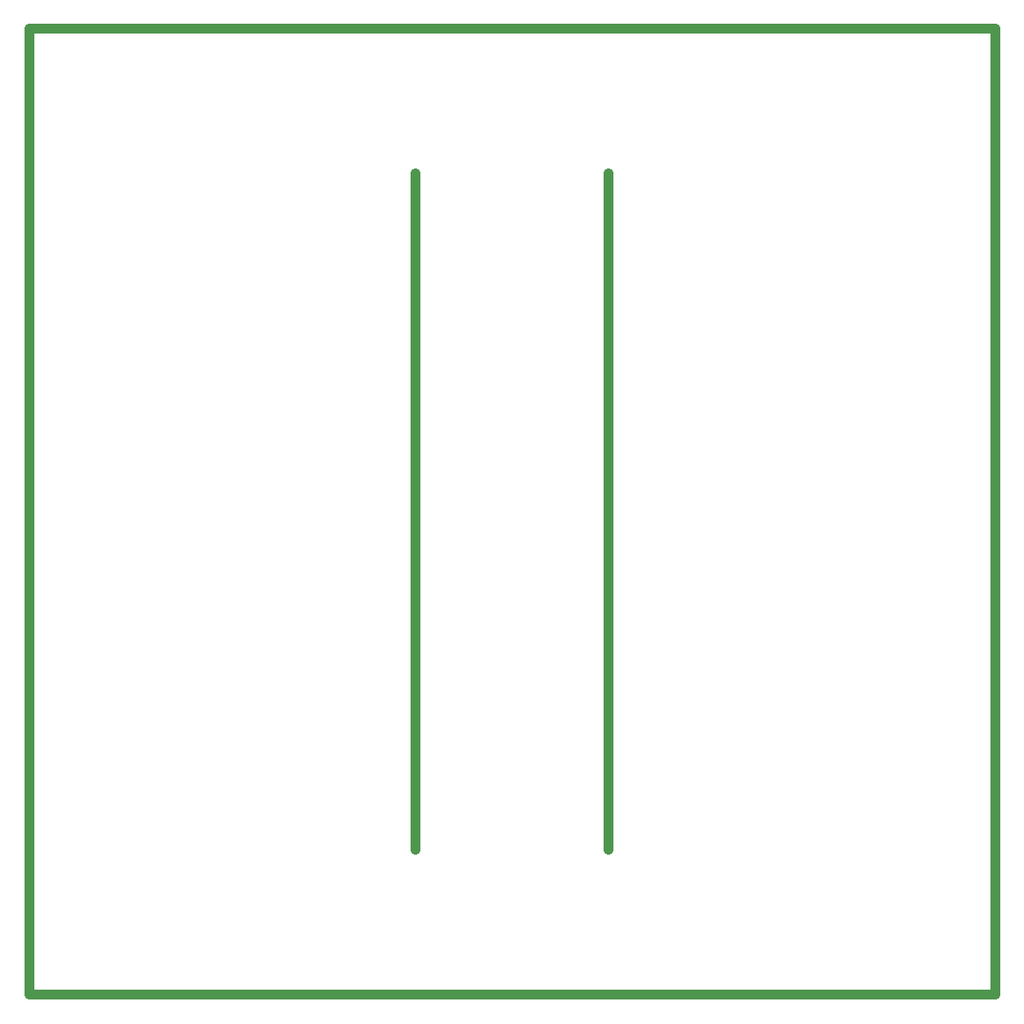
<source format=gbr>
%TF.GenerationSoftware,KiCad,Pcbnew,(5.1.0)-1*%
%TF.CreationDate,2019-10-05T22:59:33+02:00*%
%TF.ProjectId,Kicad_JE_SteinerVCF,4b696361-645f-44a4-955f-537465696e65,Rev A*%
%TF.SameCoordinates,Original*%
%TF.FileFunction,Profile,NP*%
%FSLAX46Y46*%
G04 Gerber Fmt 4.6, Leading zero omitted, Abs format (unit mm)*
G04 Created by KiCad (PCBNEW (5.1.0)-1) date 2019-10-05 22:59:33*
%MOMM*%
%LPD*%
G04 APERTURE LIST*
%ADD10C,1.000000*%
G04 APERTURE END LIST*
D10*
X90000000Y-65000000D02*
X90000000Y-65000000D01*
X90000000Y-135000000D02*
X90000000Y-135000000D01*
X110000000Y-135000000D02*
X110000000Y-135000000D01*
X110000000Y-65000000D02*
X110000000Y-65000000D01*
X110000000Y-135000000D02*
X110000000Y-65000000D01*
X110000000Y-65000000D02*
X110000000Y-135000000D01*
X90000000Y-135000000D02*
X90000000Y-65000000D01*
X90000000Y-65000000D02*
X90000000Y-135000000D01*
X150000000Y-50000000D02*
X50000000Y-50000000D01*
X150000000Y-150000000D02*
X150000000Y-50000000D01*
X50000000Y-150000000D02*
X150000000Y-150000000D01*
X50000000Y-50000000D02*
X50000000Y-150000000D01*
M02*

</source>
